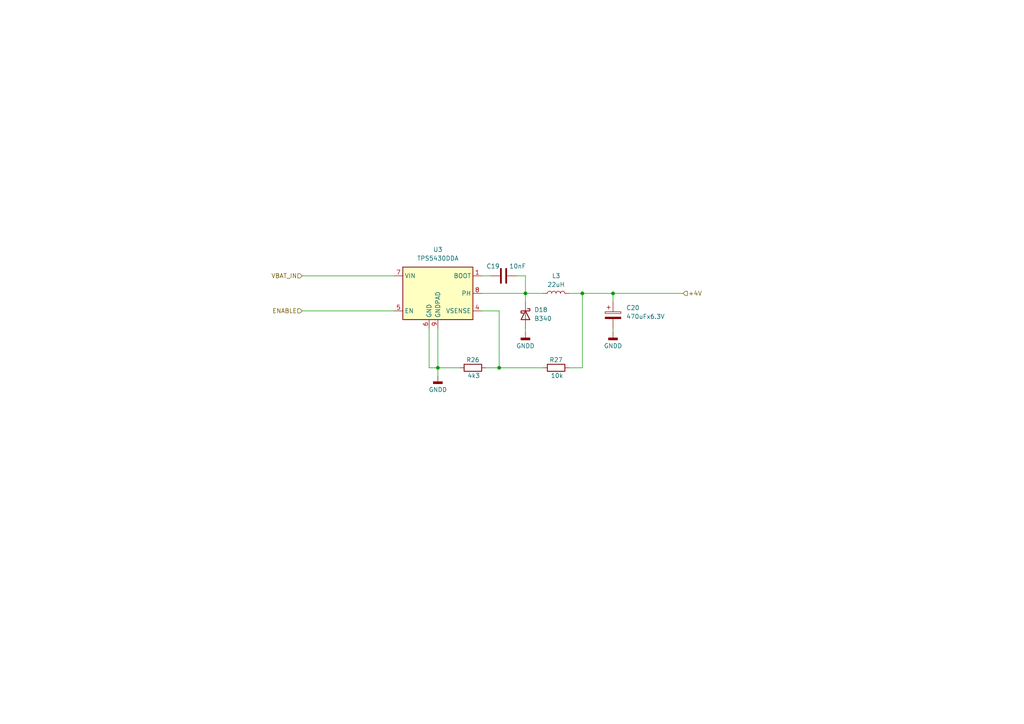
<source format=kicad_sch>
(kicad_sch (version 20250114) (generator "eeschema") (generator_version "9.0")
  (paper "A4")
  (lib_symbols
    (symbol "Device:C" (pin_numbers (hide yes)) (pin_names (offset 0.254))
      (property "Reference" "C" (at 0.635 2.54 0))
      (property "Value" "C" (at 0.635 -2.54 0))
      (symbol "C_0_1"
        (polyline (pts (xy -2.032 0.762) (xy 2.032 0.762)) (stroke (width 0.508)))
        (polyline (pts (xy -2.032 -0.762) (xy 2.032 -0.762)) (stroke (width 0.508)))
      )
      (symbol "C_1_1"
        (pin passive line (at 0 3.81 270) (length 2.794) (name "~") (number "1"))
        (pin passive line (at 0 -3.81 90) (length 2.794) (name "~") (number "2"))
      )
    )
    (symbol "Device:C_Polarized" (pin_numbers (hide yes)) (pin_names (offset 0.254))
      (property "Reference" "C" (at 0.635 2.54 0))
      (property "Value" "C_Polarized" (at 0.635 -2.54 0))
      (symbol "C_Polarized_0_1"
        (rectangle (start -2.286 0.508) (end 2.286 1.016))
        (polyline (pts (xy -1.778 2.286) (xy -0.762 2.286)))
        (polyline (pts (xy -1.27 2.794) (xy -1.27 1.778)))
        (rectangle (start 2.286 -0.508) (end -2.286 -1.016) (fill (type outline)))
      )
      (symbol "C_Polarized_1_1"
        (pin passive line (at 0 3.81 270) (length 2.794) (name "~") (number "1"))
        (pin passive line (at 0 -3.81 90) (length 2.794) (name "~") (number "2"))
      )
    )
    (symbol "Device:L" (pin_numbers (hide yes)) (pin_names (offset 1.016) (hide yes))
      (property "Reference" "L" (at -1.27 0 90))
      (property "Value" "L" (at 1.905 0 90))
      (symbol "L_0_1"
        (arc (start 0 2.54) (mid 0.6323 1.905) (end 0 1.27))
        (arc (start 0 1.27) (mid 0.6323 0.635) (end 0 0))
        (arc (start 0 0) (mid 0.6323 -0.635) (end 0 -1.27))
        (arc (start 0 -1.27) (mid 0.6323 -1.905) (end 0 -2.54))
      )
      (symbol "L_1_1"
        (pin passive line (at 0 3.81 270) (length 1.27) (name "1") (number "1"))
        (pin passive line (at 0 -3.81 90) (length 1.27) (name "2") (number "2"))
      )
    )
    (symbol "Device:R" (pin_numbers (hide yes)) (pin_names (offset 0))
      (property "Reference" "R" (at 2.032 0 90))
      (property "Value" "R" (at 0 0 90))
      (symbol "R_0_1"
        (rectangle (start -1.016 -2.54) (end 1.016 2.54) (stroke (width 0.254)))
      )
      (symbol "R_1_1"
        (pin passive line (at 0 3.81 270) (length 1.27) (name "~") (number "1"))
        (pin passive line (at 0 -3.81 90) (length 1.27) (name "~") (number "2"))
      )
    )
    (symbol "Diode:B340" (pin_numbers (hide yes)) (pin_names (offset 1.016) (hide yes))
      (property "Reference" "D" (at 0 2.54 0))
      (property "Value" "B340" (at 0 -2.54 0))
      (symbol "B340_0_1"
        (polyline (pts (xy -1.905 0.635) (xy -1.905 1.27) (xy -1.27 1.27) (xy -1.27 -1.27) (xy -0.635 -1.27) (xy -0.635 -0.635)) (stroke (width 0.254)))
        (polyline (pts (xy 1.27 1.27) (xy 1.27 -1.27) (xy -1.27 0) (xy 1.27 1.27)) (stroke (width 0.254)))
        (polyline (pts (xy 1.27 0) (xy -1.27 0)))
      )
      (symbol "B340_1_1"
        (pin passive line (at -3.81 0 0) (length 2.54) (name "K") (number "1"))
        (pin passive line (at 3.81 0 180) (length 2.54) (name "A") (number "2"))
      )
    )
    (symbol "Regulator_Switching:TPS5430DDA"
      (property "Reference" "U" (at -10.16 8.89 0))
      (property "Value" "TPS5430DDA" (at -1.27 8.89 0))
      (symbol "TPS5430DDA_0_1"
        (rectangle (start -10.16 7.62) (end 10.16 -7.62) (stroke (width 0.254)) (fill (type background)))
      )
      (symbol "TPS5430DDA_1_1"
        (pin power_in line (at -12.7 5.08 0) (length 2.54) (name "VIN") (number "7"))
        (pin input line (at -12.7 -5.08 0) (length 2.54) (name "EN") (number "5"))
        (pin no_connect line (at -10.16 2.54 0) (length 2.54) (hide yes) (name "NC") (number "2"))
        (pin no_connect line (at -10.16 -2.54 0) (length 2.54) (hide yes) (name "NC") (number "3"))
        (pin power_in line (at -2.54 -10.16 90) (length 2.54) (name "GND") (number "6"))
        (pin power_in line (at 0 -10.16 90) (length 2.54) (name "GNDPAD") (number "9"))
        (pin input line (at 12.7 5.08 180) (length 2.54) (name "BOOT") (number "1"))
        (pin output line (at 12.7 0 180) (length 2.54) (name "PH") (number "8"))
        (pin input line (at 12.7 -5.08 180) (length 2.54) (name "VSENSE") (number "4"))
      )
    )
    (symbol "power:GNDD" (power) (pin_numbers (hide yes)) (pin_names (offset 0) (hide yes))
      (property "Value" "GNDD" (at 0 -3.175 0))
      (symbol "GNDD_0_1"
        (rectangle (start -1.27 -1.524) (end 1.27 -2.032) (stroke (width 0.254)) (fill (type outline)))
        (polyline (pts (xy 0 0) (xy 0 -1.524)))
      )
      (symbol "GNDD_1_1"
        (pin power_in line (at 0 0 270) (length 0) (name "~") (number "1"))
      )
    )
  )
  (junction (at 144.78 106.68))
  (junction (at 177.8 85.09))
  (junction (at 168.91 85.09))
  (junction (at 152.4 85.09))
  (junction (at 127 106.68))
  (wire (pts (xy 152.4 85.09) (xy 157.48 85.09)))
  (wire (pts (xy 177.8 87.63) (xy 177.8 85.09)))
  (wire (pts (xy 144.78 90.17) (xy 144.78 106.68)))
  (wire (pts (xy 152.4 95.25) (xy 152.4 96.52)))
  (wire (pts (xy 127 95.25) (xy 127 106.68)))
  (wire (pts (xy 152.4 85.09) (xy 152.4 87.63)))
  (wire (pts (xy 177.8 85.09) (xy 198.12 85.09)))
  (wire (pts (xy 140.97 106.68) (xy 144.78 106.68)))
  (wire (pts (xy 124.46 106.68) (xy 127 106.68)))
  (wire (pts (xy 144.78 106.68) (xy 157.48 106.68)))
  (wire (pts (xy 149.86 80.01) (xy 152.4 80.01)))
  (wire (pts (xy 127 106.68) (xy 127 109.22)))
  (wire (pts (xy 165.1 106.68) (xy 168.91 106.68)))
  (wire (pts (xy 177.8 95.25) (xy 177.8 96.52)))
  (wire (pts (xy 139.7 85.09) (xy 152.4 85.09)))
  (wire (pts (xy 177.8 85.09) (xy 168.91 85.09)))
  (wire (pts (xy 124.46 95.25) (xy 124.46 106.68)))
  (wire (pts (xy 168.91 85.09) (xy 165.1 85.09)))
  (wire (pts (xy 87.63 80.01) (xy 114.3 80.01)))
  (wire (pts (xy 139.7 80.01) (xy 142.24 80.01)))
  (wire (pts (xy 139.7 90.17) (xy 144.78 90.17)))
  (wire (pts (xy 168.91 106.68) (xy 168.91 85.09)))
  (wire (pts (xy 87.63 90.17) (xy 114.3 90.17)))
  (wire (pts (xy 152.4 80.01) (xy 152.4 85.09)))
  (wire (pts (xy 127 106.68) (xy 133.35 106.68)))
  (hierarchical_label "+4V" (shape input) (at 198.12 85.09 0))
  (hierarchical_label "ENABLE" (shape input) (at 87.63 90.17 180))
  (hierarchical_label "VBAT_IN" (shape input) (at 87.63 80.01 180))
  (symbol (lib_id "power:GNDD") (at 177.8 96.52 0) (unit 1)
    (property "Reference" "#PWR061" (effects (hide yes)))
    (property "Value" "GNDD" (at 177.8 100.33 0))
    (property "Description" "Power symbol creates a global label with name \"GNDD\" , digital ground" (effects (hide yes)))
  )
  (symbol (lib_id "Device:C") (at 146.05 80.01 90) (unit 1)
    (property "Reference" "C19" (at 143.002 77.216 90))
    (property "Value" "10nF" (at 150.114 77.216 90))
    (property "Footprint" "Capacitor_SMD:C_0805_2012Metric_Pad1.18x1.45mm_HandSolder" (effects (hide yes)))
    (property "Description" "Unpolarized capacitor" (effects (hide yes)))
  )
  (symbol (lib_id "Device:R") (at 161.29 106.68 90) (unit 1)
    (property "Reference" "R27" (at 161.29 104.394 90))
    (property "Value" "10k" (at 161.544 108.966 90))
    (property "Footprint" "Resistor_SMD:R_0805_2012Metric_Pad1.20x1.40mm_HandSolder" (effects (hide yes)))
    (property "Description" "Resistor" (effects (hide yes)))
  )
  (symbol (lib_id "Regulator_Switching:TPS5430DDA") (at 127 85.09 0) (unit 1)
    (property "Reference" "U3" (at 127 72.39 0))
    (property "Value" "TPS5430DDA" (at 127 74.93 0))
    (property "Footprint" "Package_SO:TI_SO-PowerPAD-8_ThermalVias" (effects (hide yes)))
    (property "Datasheet" "http://www.ti.com/lit/ds/symlink/tps5430.pdf" (effects (hide yes)))
    (property "Description" "3A, Step Down Swift Converter, Adjustable Output Voltage, 5.5-36V Input Voltage, PowerSO-8" (effects (hide yes)))
  )
  (symbol (lib_id "power:GNDD") (at 152.4 96.52 0) (unit 1)
    (property "Reference" "#PWR060" (effects (hide yes)))
    (property "Value" "GNDD" (at 152.4 100.33 0))
    (property "Description" "Power symbol creates a global label with name \"GNDD\" , digital ground" (effects (hide yes)))
  )
  (symbol (lib_id "power:GNDD") (at 127 109.22 0) (unit 1)
    (property "Reference" "#PWR059" (effects (hide yes)))
    (property "Value" "GNDD" (at 127 113.03 0))
    (property "Description" "Power symbol creates a global label with name \"GNDD\" , digital ground" (effects (hide yes)))
  )
  (symbol (lib_id "Device:R") (at 137.16 106.68 90) (unit 1)
    (property "Reference" "R26" (at 137.16 104.394 90))
    (property "Value" "4k3" (at 137.414 108.966 90))
    (property "Footprint" "Resistor_SMD:R_0805_2012Metric_Pad1.20x1.40mm_HandSolder" (effects (hide yes)))
    (property "Description" "Resistor" (effects (hide yes)))
  )
  (symbol (lib_id "Device:C_Polarized") (at 177.8 91.44 0) (unit 1)
    (property "Reference" "C20" (at 181.61 89.2809 0) (effects (justify left)))
    (property "Value" "470uFx6.3V" (at 181.61 91.8209 0) (effects (justify left)))
    (property "Footprint" "Capacitor_Tantalum_SMD:CP_EIA-7343-30_AVX-N_Pad2.25x2.55mm_HandSolder" (effects (hide yes)))
    (property "Description" "Polarized capacitor" (effects (hide yes)))
  )
  (symbol (lib_id "Device:L") (at 161.29 85.09 90) (unit 1)
    (property "Reference" "L3" (at 161.29 80.01 90))
    (property "Value" "22uH" (at 161.29 82.55 90))
    (property "Footprint" "Inductor_SMD:L_Bourns_SRR1208_12.7x12.7mm" (effects (hide yes)))
    (property "Description" "Inductor" (effects (hide yes)))
  )
  (symbol (lib_id "Diode:B340") (at 152.4 91.44 270) (unit 1)
    (property "Reference" "D18" (at 154.94 89.8524 90) (effects (justify left)))
    (property "Value" "B340" (at 154.94 92.3924 90) (effects (justify left)))
    (property "Footprint" "Diode_SMD:D_SMC" (effects (hide yes)))
    (property "Datasheet" "http://www.jameco.com/Jameco/Products/ProdDS/1538777.pdf" (effects (hide yes)))
    (property "Description" "40V 3A Schottky Barrier Rectifier Diode, SMC" (effects (hide yes)))
  )
)
</source>
